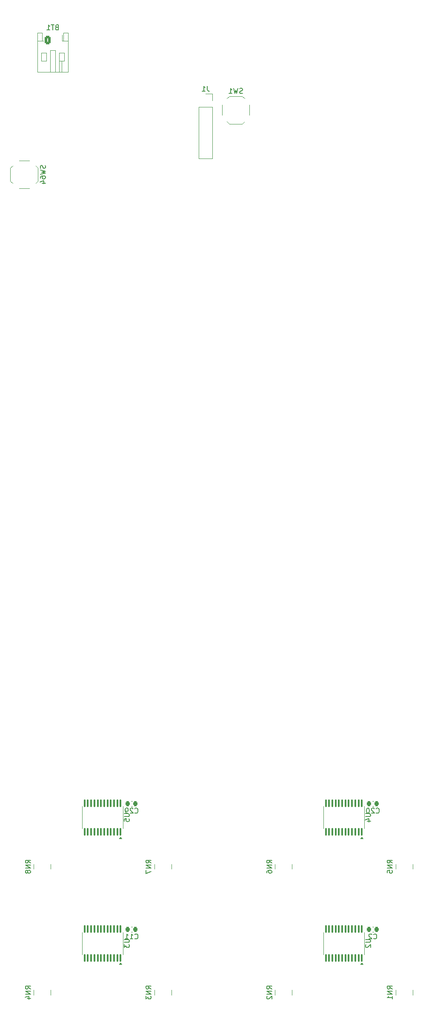
<source format=gbr>
%TF.GenerationSoftware,KiCad,Pcbnew,8.0.7*%
%TF.CreationDate,2025-01-05T21:02:15-05:00*%
%TF.ProjectId,rp2040-programmer-calculator-v2,72703230-3430-42d7-9072-6f6772616d6d,rev?*%
%TF.SameCoordinates,Original*%
%TF.FileFunction,Legend,Bot*%
%TF.FilePolarity,Positive*%
%FSLAX46Y46*%
G04 Gerber Fmt 4.6, Leading zero omitted, Abs format (unit mm)*
G04 Created by KiCad (PCBNEW 8.0.7) date 2025-01-05 21:02:15*
%MOMM*%
%LPD*%
G01*
G04 APERTURE LIST*
G04 Aperture macros list*
%AMRoundRect*
0 Rectangle with rounded corners*
0 $1 Rounding radius*
0 $2 $3 $4 $5 $6 $7 $8 $9 X,Y pos of 4 corners*
0 Add a 4 corners polygon primitive as box body*
4,1,4,$2,$3,$4,$5,$6,$7,$8,$9,$2,$3,0*
0 Add four circle primitives for the rounded corners*
1,1,$1+$1,$2,$3*
1,1,$1+$1,$4,$5*
1,1,$1+$1,$6,$7*
1,1,$1+$1,$8,$9*
0 Add four rect primitives between the rounded corners*
20,1,$1+$1,$2,$3,$4,$5,0*
20,1,$1+$1,$4,$5,$6,$7,0*
20,1,$1+$1,$6,$7,$8,$9,0*
20,1,$1+$1,$8,$9,$2,$3,0*%
G04 Aperture macros list end*
%ADD10C,0.150000*%
%ADD11C,0.120000*%
%ADD12R,0.750000X1.000000*%
%ADD13C,4.500000*%
%ADD14R,1.700000X1.700000*%
%ADD15O,1.700000X1.700000*%
%ADD16RoundRect,0.100000X0.100000X-0.637500X0.100000X0.637500X-0.100000X0.637500X-0.100000X-0.637500X0*%
%ADD17C,1.800000*%
%ADD18R,0.500000X0.800000*%
%ADD19R,0.400000X0.800000*%
%ADD20RoundRect,0.225000X-0.225000X-0.250000X0.225000X-0.250000X0.225000X0.250000X-0.225000X0.250000X0*%
%ADD21C,0.711200*%
%ADD22R,1.000000X0.750000*%
%ADD23C,0.650000*%
%ADD24O,2.100000X1.000000*%
%ADD25O,1.800000X1.000000*%
%ADD26RoundRect,0.250000X0.350000X0.625000X-0.350000X0.625000X-0.350000X-0.625000X0.350000X-0.625000X0*%
%ADD27O,1.200000X1.750000*%
%ADD28O,2.900000X1.700000*%
G04 APERTURE END LIST*
D10*
X37064700Y-50125476D02*
X37112319Y-50268333D01*
X37112319Y-50268333D02*
X37112319Y-50506428D01*
X37112319Y-50506428D02*
X37064700Y-50601666D01*
X37064700Y-50601666D02*
X37017080Y-50649285D01*
X37017080Y-50649285D02*
X36921842Y-50696904D01*
X36921842Y-50696904D02*
X36826604Y-50696904D01*
X36826604Y-50696904D02*
X36731366Y-50649285D01*
X36731366Y-50649285D02*
X36683747Y-50601666D01*
X36683747Y-50601666D02*
X36636128Y-50506428D01*
X36636128Y-50506428D02*
X36588509Y-50315952D01*
X36588509Y-50315952D02*
X36540890Y-50220714D01*
X36540890Y-50220714D02*
X36493271Y-50173095D01*
X36493271Y-50173095D02*
X36398033Y-50125476D01*
X36398033Y-50125476D02*
X36302795Y-50125476D01*
X36302795Y-50125476D02*
X36207557Y-50173095D01*
X36207557Y-50173095D02*
X36159938Y-50220714D01*
X36159938Y-50220714D02*
X36112319Y-50315952D01*
X36112319Y-50315952D02*
X36112319Y-50554047D01*
X36112319Y-50554047D02*
X36159938Y-50696904D01*
X36112319Y-51030238D02*
X37112319Y-51268333D01*
X37112319Y-51268333D02*
X36398033Y-51458809D01*
X36398033Y-51458809D02*
X37112319Y-51649285D01*
X37112319Y-51649285D02*
X36112319Y-51887381D01*
X36112319Y-52696904D02*
X36112319Y-52506428D01*
X36112319Y-52506428D02*
X36159938Y-52411190D01*
X36159938Y-52411190D02*
X36207557Y-52363571D01*
X36207557Y-52363571D02*
X36350414Y-52268333D01*
X36350414Y-52268333D02*
X36540890Y-52220714D01*
X36540890Y-52220714D02*
X36921842Y-52220714D01*
X36921842Y-52220714D02*
X37017080Y-52268333D01*
X37017080Y-52268333D02*
X37064700Y-52315952D01*
X37064700Y-52315952D02*
X37112319Y-52411190D01*
X37112319Y-52411190D02*
X37112319Y-52601666D01*
X37112319Y-52601666D02*
X37064700Y-52696904D01*
X37064700Y-52696904D02*
X37017080Y-52744523D01*
X37017080Y-52744523D02*
X36921842Y-52792142D01*
X36921842Y-52792142D02*
X36683747Y-52792142D01*
X36683747Y-52792142D02*
X36588509Y-52744523D01*
X36588509Y-52744523D02*
X36540890Y-52696904D01*
X36540890Y-52696904D02*
X36493271Y-52601666D01*
X36493271Y-52601666D02*
X36493271Y-52411190D01*
X36493271Y-52411190D02*
X36540890Y-52315952D01*
X36540890Y-52315952D02*
X36588509Y-52268333D01*
X36588509Y-52268333D02*
X36683747Y-52220714D01*
X36445652Y-53649285D02*
X37112319Y-53649285D01*
X36064700Y-53411190D02*
X36778985Y-53173095D01*
X36778985Y-53173095D02*
X36778985Y-53792142D01*
X52804819Y-178938096D02*
X53614342Y-178938096D01*
X53614342Y-178938096D02*
X53709580Y-178985715D01*
X53709580Y-178985715D02*
X53757200Y-179033334D01*
X53757200Y-179033334D02*
X53804819Y-179128572D01*
X53804819Y-179128572D02*
X53804819Y-179319048D01*
X53804819Y-179319048D02*
X53757200Y-179414286D01*
X53757200Y-179414286D02*
X53709580Y-179461905D01*
X53709580Y-179461905D02*
X53614342Y-179509524D01*
X53614342Y-179509524D02*
X52804819Y-179509524D01*
X52804819Y-180461905D02*
X52804819Y-179985715D01*
X52804819Y-179985715D02*
X53281009Y-179938096D01*
X53281009Y-179938096D02*
X53233390Y-179985715D01*
X53233390Y-179985715D02*
X53185771Y-180080953D01*
X53185771Y-180080953D02*
X53185771Y-180319048D01*
X53185771Y-180319048D02*
X53233390Y-180414286D01*
X53233390Y-180414286D02*
X53281009Y-180461905D01*
X53281009Y-180461905D02*
X53376247Y-180509524D01*
X53376247Y-180509524D02*
X53614342Y-180509524D01*
X53614342Y-180509524D02*
X53709580Y-180461905D01*
X53709580Y-180461905D02*
X53757200Y-180414286D01*
X53757200Y-180414286D02*
X53804819Y-180319048D01*
X53804819Y-180319048D02*
X53804819Y-180080953D01*
X53804819Y-180080953D02*
X53757200Y-179985715D01*
X53757200Y-179985715D02*
X53709580Y-179938096D01*
X100804819Y-178938096D02*
X101614342Y-178938096D01*
X101614342Y-178938096D02*
X101709580Y-178985715D01*
X101709580Y-178985715D02*
X101757200Y-179033334D01*
X101757200Y-179033334D02*
X101804819Y-179128572D01*
X101804819Y-179128572D02*
X101804819Y-179319048D01*
X101804819Y-179319048D02*
X101757200Y-179414286D01*
X101757200Y-179414286D02*
X101709580Y-179461905D01*
X101709580Y-179461905D02*
X101614342Y-179509524D01*
X101614342Y-179509524D02*
X100804819Y-179509524D01*
X101138152Y-180414286D02*
X101804819Y-180414286D01*
X100757200Y-180176191D02*
X101471485Y-179938096D01*
X101471485Y-179938096D02*
X101471485Y-180557143D01*
X52804819Y-203938096D02*
X53614342Y-203938096D01*
X53614342Y-203938096D02*
X53709580Y-203985715D01*
X53709580Y-203985715D02*
X53757200Y-204033334D01*
X53757200Y-204033334D02*
X53804819Y-204128572D01*
X53804819Y-204128572D02*
X53804819Y-204319048D01*
X53804819Y-204319048D02*
X53757200Y-204414286D01*
X53757200Y-204414286D02*
X53709580Y-204461905D01*
X53709580Y-204461905D02*
X53614342Y-204509524D01*
X53614342Y-204509524D02*
X52804819Y-204509524D01*
X52804819Y-204890477D02*
X52804819Y-205509524D01*
X52804819Y-205509524D02*
X53185771Y-205176191D01*
X53185771Y-205176191D02*
X53185771Y-205319048D01*
X53185771Y-205319048D02*
X53233390Y-205414286D01*
X53233390Y-205414286D02*
X53281009Y-205461905D01*
X53281009Y-205461905D02*
X53376247Y-205509524D01*
X53376247Y-205509524D02*
X53614342Y-205509524D01*
X53614342Y-205509524D02*
X53709580Y-205461905D01*
X53709580Y-205461905D02*
X53757200Y-205414286D01*
X53757200Y-205414286D02*
X53804819Y-205319048D01*
X53804819Y-205319048D02*
X53804819Y-205033334D01*
X53804819Y-205033334D02*
X53757200Y-204938096D01*
X53757200Y-204938096D02*
X53709580Y-204890477D01*
X100804819Y-203938096D02*
X101614342Y-203938096D01*
X101614342Y-203938096D02*
X101709580Y-203985715D01*
X101709580Y-203985715D02*
X101757200Y-204033334D01*
X101757200Y-204033334D02*
X101804819Y-204128572D01*
X101804819Y-204128572D02*
X101804819Y-204319048D01*
X101804819Y-204319048D02*
X101757200Y-204414286D01*
X101757200Y-204414286D02*
X101709580Y-204461905D01*
X101709580Y-204461905D02*
X101614342Y-204509524D01*
X101614342Y-204509524D02*
X100804819Y-204509524D01*
X100900057Y-204938096D02*
X100852438Y-204985715D01*
X100852438Y-204985715D02*
X100804819Y-205080953D01*
X100804819Y-205080953D02*
X100804819Y-205319048D01*
X100804819Y-205319048D02*
X100852438Y-205414286D01*
X100852438Y-205414286D02*
X100900057Y-205461905D01*
X100900057Y-205461905D02*
X100995295Y-205509524D01*
X100995295Y-205509524D02*
X101090533Y-205509524D01*
X101090533Y-205509524D02*
X101233390Y-205461905D01*
X101233390Y-205461905D02*
X101804819Y-204890477D01*
X101804819Y-204890477D02*
X101804819Y-205509524D01*
X34154819Y-188759524D02*
X33678628Y-188426191D01*
X34154819Y-188188096D02*
X33154819Y-188188096D01*
X33154819Y-188188096D02*
X33154819Y-188569048D01*
X33154819Y-188569048D02*
X33202438Y-188664286D01*
X33202438Y-188664286D02*
X33250057Y-188711905D01*
X33250057Y-188711905D02*
X33345295Y-188759524D01*
X33345295Y-188759524D02*
X33488152Y-188759524D01*
X33488152Y-188759524D02*
X33583390Y-188711905D01*
X33583390Y-188711905D02*
X33631009Y-188664286D01*
X33631009Y-188664286D02*
X33678628Y-188569048D01*
X33678628Y-188569048D02*
X33678628Y-188188096D01*
X34154819Y-189188096D02*
X33154819Y-189188096D01*
X33154819Y-189188096D02*
X34154819Y-189759524D01*
X34154819Y-189759524D02*
X33154819Y-189759524D01*
X33583390Y-190378572D02*
X33535771Y-190283334D01*
X33535771Y-190283334D02*
X33488152Y-190235715D01*
X33488152Y-190235715D02*
X33392914Y-190188096D01*
X33392914Y-190188096D02*
X33345295Y-190188096D01*
X33345295Y-190188096D02*
X33250057Y-190235715D01*
X33250057Y-190235715D02*
X33202438Y-190283334D01*
X33202438Y-190283334D02*
X33154819Y-190378572D01*
X33154819Y-190378572D02*
X33154819Y-190569048D01*
X33154819Y-190569048D02*
X33202438Y-190664286D01*
X33202438Y-190664286D02*
X33250057Y-190711905D01*
X33250057Y-190711905D02*
X33345295Y-190759524D01*
X33345295Y-190759524D02*
X33392914Y-190759524D01*
X33392914Y-190759524D02*
X33488152Y-190711905D01*
X33488152Y-190711905D02*
X33535771Y-190664286D01*
X33535771Y-190664286D02*
X33583390Y-190569048D01*
X33583390Y-190569048D02*
X33583390Y-190378572D01*
X33583390Y-190378572D02*
X33631009Y-190283334D01*
X33631009Y-190283334D02*
X33678628Y-190235715D01*
X33678628Y-190235715D02*
X33773866Y-190188096D01*
X33773866Y-190188096D02*
X33964342Y-190188096D01*
X33964342Y-190188096D02*
X34059580Y-190235715D01*
X34059580Y-190235715D02*
X34107200Y-190283334D01*
X34107200Y-190283334D02*
X34154819Y-190378572D01*
X34154819Y-190378572D02*
X34154819Y-190569048D01*
X34154819Y-190569048D02*
X34107200Y-190664286D01*
X34107200Y-190664286D02*
X34059580Y-190711905D01*
X34059580Y-190711905D02*
X33964342Y-190759524D01*
X33964342Y-190759524D02*
X33773866Y-190759524D01*
X33773866Y-190759524D02*
X33678628Y-190711905D01*
X33678628Y-190711905D02*
X33631009Y-190664286D01*
X33631009Y-190664286D02*
X33583390Y-190569048D01*
X58154819Y-188759524D02*
X57678628Y-188426191D01*
X58154819Y-188188096D02*
X57154819Y-188188096D01*
X57154819Y-188188096D02*
X57154819Y-188569048D01*
X57154819Y-188569048D02*
X57202438Y-188664286D01*
X57202438Y-188664286D02*
X57250057Y-188711905D01*
X57250057Y-188711905D02*
X57345295Y-188759524D01*
X57345295Y-188759524D02*
X57488152Y-188759524D01*
X57488152Y-188759524D02*
X57583390Y-188711905D01*
X57583390Y-188711905D02*
X57631009Y-188664286D01*
X57631009Y-188664286D02*
X57678628Y-188569048D01*
X57678628Y-188569048D02*
X57678628Y-188188096D01*
X58154819Y-189188096D02*
X57154819Y-189188096D01*
X57154819Y-189188096D02*
X58154819Y-189759524D01*
X58154819Y-189759524D02*
X57154819Y-189759524D01*
X57154819Y-190140477D02*
X57154819Y-190807143D01*
X57154819Y-190807143D02*
X58154819Y-190378572D01*
X82154819Y-188759524D02*
X81678628Y-188426191D01*
X82154819Y-188188096D02*
X81154819Y-188188096D01*
X81154819Y-188188096D02*
X81154819Y-188569048D01*
X81154819Y-188569048D02*
X81202438Y-188664286D01*
X81202438Y-188664286D02*
X81250057Y-188711905D01*
X81250057Y-188711905D02*
X81345295Y-188759524D01*
X81345295Y-188759524D02*
X81488152Y-188759524D01*
X81488152Y-188759524D02*
X81583390Y-188711905D01*
X81583390Y-188711905D02*
X81631009Y-188664286D01*
X81631009Y-188664286D02*
X81678628Y-188569048D01*
X81678628Y-188569048D02*
X81678628Y-188188096D01*
X82154819Y-189188096D02*
X81154819Y-189188096D01*
X81154819Y-189188096D02*
X82154819Y-189759524D01*
X82154819Y-189759524D02*
X81154819Y-189759524D01*
X81154819Y-190664286D02*
X81154819Y-190473810D01*
X81154819Y-190473810D02*
X81202438Y-190378572D01*
X81202438Y-190378572D02*
X81250057Y-190330953D01*
X81250057Y-190330953D02*
X81392914Y-190235715D01*
X81392914Y-190235715D02*
X81583390Y-190188096D01*
X81583390Y-190188096D02*
X81964342Y-190188096D01*
X81964342Y-190188096D02*
X82059580Y-190235715D01*
X82059580Y-190235715D02*
X82107200Y-190283334D01*
X82107200Y-190283334D02*
X82154819Y-190378572D01*
X82154819Y-190378572D02*
X82154819Y-190569048D01*
X82154819Y-190569048D02*
X82107200Y-190664286D01*
X82107200Y-190664286D02*
X82059580Y-190711905D01*
X82059580Y-190711905D02*
X81964342Y-190759524D01*
X81964342Y-190759524D02*
X81726247Y-190759524D01*
X81726247Y-190759524D02*
X81631009Y-190711905D01*
X81631009Y-190711905D02*
X81583390Y-190664286D01*
X81583390Y-190664286D02*
X81535771Y-190569048D01*
X81535771Y-190569048D02*
X81535771Y-190378572D01*
X81535771Y-190378572D02*
X81583390Y-190283334D01*
X81583390Y-190283334D02*
X81631009Y-190235715D01*
X81631009Y-190235715D02*
X81726247Y-190188096D01*
X106154819Y-188759524D02*
X105678628Y-188426191D01*
X106154819Y-188188096D02*
X105154819Y-188188096D01*
X105154819Y-188188096D02*
X105154819Y-188569048D01*
X105154819Y-188569048D02*
X105202438Y-188664286D01*
X105202438Y-188664286D02*
X105250057Y-188711905D01*
X105250057Y-188711905D02*
X105345295Y-188759524D01*
X105345295Y-188759524D02*
X105488152Y-188759524D01*
X105488152Y-188759524D02*
X105583390Y-188711905D01*
X105583390Y-188711905D02*
X105631009Y-188664286D01*
X105631009Y-188664286D02*
X105678628Y-188569048D01*
X105678628Y-188569048D02*
X105678628Y-188188096D01*
X106154819Y-189188096D02*
X105154819Y-189188096D01*
X105154819Y-189188096D02*
X106154819Y-189759524D01*
X106154819Y-189759524D02*
X105154819Y-189759524D01*
X105154819Y-190711905D02*
X105154819Y-190235715D01*
X105154819Y-190235715D02*
X105631009Y-190188096D01*
X105631009Y-190188096D02*
X105583390Y-190235715D01*
X105583390Y-190235715D02*
X105535771Y-190330953D01*
X105535771Y-190330953D02*
X105535771Y-190569048D01*
X105535771Y-190569048D02*
X105583390Y-190664286D01*
X105583390Y-190664286D02*
X105631009Y-190711905D01*
X105631009Y-190711905D02*
X105726247Y-190759524D01*
X105726247Y-190759524D02*
X105964342Y-190759524D01*
X105964342Y-190759524D02*
X106059580Y-190711905D01*
X106059580Y-190711905D02*
X106107200Y-190664286D01*
X106107200Y-190664286D02*
X106154819Y-190569048D01*
X106154819Y-190569048D02*
X106154819Y-190330953D01*
X106154819Y-190330953D02*
X106107200Y-190235715D01*
X106107200Y-190235715D02*
X106059580Y-190188096D01*
X34154819Y-213759524D02*
X33678628Y-213426191D01*
X34154819Y-213188096D02*
X33154819Y-213188096D01*
X33154819Y-213188096D02*
X33154819Y-213569048D01*
X33154819Y-213569048D02*
X33202438Y-213664286D01*
X33202438Y-213664286D02*
X33250057Y-213711905D01*
X33250057Y-213711905D02*
X33345295Y-213759524D01*
X33345295Y-213759524D02*
X33488152Y-213759524D01*
X33488152Y-213759524D02*
X33583390Y-213711905D01*
X33583390Y-213711905D02*
X33631009Y-213664286D01*
X33631009Y-213664286D02*
X33678628Y-213569048D01*
X33678628Y-213569048D02*
X33678628Y-213188096D01*
X34154819Y-214188096D02*
X33154819Y-214188096D01*
X33154819Y-214188096D02*
X34154819Y-214759524D01*
X34154819Y-214759524D02*
X33154819Y-214759524D01*
X33488152Y-215664286D02*
X34154819Y-215664286D01*
X33107200Y-215426191D02*
X33821485Y-215188096D01*
X33821485Y-215188096D02*
X33821485Y-215807143D01*
X58154819Y-213759524D02*
X57678628Y-213426191D01*
X58154819Y-213188096D02*
X57154819Y-213188096D01*
X57154819Y-213188096D02*
X57154819Y-213569048D01*
X57154819Y-213569048D02*
X57202438Y-213664286D01*
X57202438Y-213664286D02*
X57250057Y-213711905D01*
X57250057Y-213711905D02*
X57345295Y-213759524D01*
X57345295Y-213759524D02*
X57488152Y-213759524D01*
X57488152Y-213759524D02*
X57583390Y-213711905D01*
X57583390Y-213711905D02*
X57631009Y-213664286D01*
X57631009Y-213664286D02*
X57678628Y-213569048D01*
X57678628Y-213569048D02*
X57678628Y-213188096D01*
X58154819Y-214188096D02*
X57154819Y-214188096D01*
X57154819Y-214188096D02*
X58154819Y-214759524D01*
X58154819Y-214759524D02*
X57154819Y-214759524D01*
X57154819Y-215140477D02*
X57154819Y-215759524D01*
X57154819Y-215759524D02*
X57535771Y-215426191D01*
X57535771Y-215426191D02*
X57535771Y-215569048D01*
X57535771Y-215569048D02*
X57583390Y-215664286D01*
X57583390Y-215664286D02*
X57631009Y-215711905D01*
X57631009Y-215711905D02*
X57726247Y-215759524D01*
X57726247Y-215759524D02*
X57964342Y-215759524D01*
X57964342Y-215759524D02*
X58059580Y-215711905D01*
X58059580Y-215711905D02*
X58107200Y-215664286D01*
X58107200Y-215664286D02*
X58154819Y-215569048D01*
X58154819Y-215569048D02*
X58154819Y-215283334D01*
X58154819Y-215283334D02*
X58107200Y-215188096D01*
X58107200Y-215188096D02*
X58059580Y-215140477D01*
X82154819Y-213759524D02*
X81678628Y-213426191D01*
X82154819Y-213188096D02*
X81154819Y-213188096D01*
X81154819Y-213188096D02*
X81154819Y-213569048D01*
X81154819Y-213569048D02*
X81202438Y-213664286D01*
X81202438Y-213664286D02*
X81250057Y-213711905D01*
X81250057Y-213711905D02*
X81345295Y-213759524D01*
X81345295Y-213759524D02*
X81488152Y-213759524D01*
X81488152Y-213759524D02*
X81583390Y-213711905D01*
X81583390Y-213711905D02*
X81631009Y-213664286D01*
X81631009Y-213664286D02*
X81678628Y-213569048D01*
X81678628Y-213569048D02*
X81678628Y-213188096D01*
X82154819Y-214188096D02*
X81154819Y-214188096D01*
X81154819Y-214188096D02*
X82154819Y-214759524D01*
X82154819Y-214759524D02*
X81154819Y-214759524D01*
X81250057Y-215188096D02*
X81202438Y-215235715D01*
X81202438Y-215235715D02*
X81154819Y-215330953D01*
X81154819Y-215330953D02*
X81154819Y-215569048D01*
X81154819Y-215569048D02*
X81202438Y-215664286D01*
X81202438Y-215664286D02*
X81250057Y-215711905D01*
X81250057Y-215711905D02*
X81345295Y-215759524D01*
X81345295Y-215759524D02*
X81440533Y-215759524D01*
X81440533Y-215759524D02*
X81583390Y-215711905D01*
X81583390Y-215711905D02*
X82154819Y-215140477D01*
X82154819Y-215140477D02*
X82154819Y-215759524D01*
X106154819Y-213759524D02*
X105678628Y-213426191D01*
X106154819Y-213188096D02*
X105154819Y-213188096D01*
X105154819Y-213188096D02*
X105154819Y-213569048D01*
X105154819Y-213569048D02*
X105202438Y-213664286D01*
X105202438Y-213664286D02*
X105250057Y-213711905D01*
X105250057Y-213711905D02*
X105345295Y-213759524D01*
X105345295Y-213759524D02*
X105488152Y-213759524D01*
X105488152Y-213759524D02*
X105583390Y-213711905D01*
X105583390Y-213711905D02*
X105631009Y-213664286D01*
X105631009Y-213664286D02*
X105678628Y-213569048D01*
X105678628Y-213569048D02*
X105678628Y-213188096D01*
X106154819Y-214188096D02*
X105154819Y-214188096D01*
X105154819Y-214188096D02*
X106154819Y-214759524D01*
X106154819Y-214759524D02*
X105154819Y-214759524D01*
X106154819Y-215759524D02*
X106154819Y-215188096D01*
X106154819Y-215473810D02*
X105154819Y-215473810D01*
X105154819Y-215473810D02*
X105297676Y-215378572D01*
X105297676Y-215378572D02*
X105392914Y-215283334D01*
X105392914Y-215283334D02*
X105440533Y-215188096D01*
X54917857Y-178739582D02*
X54965476Y-178787202D01*
X54965476Y-178787202D02*
X55108333Y-178834821D01*
X55108333Y-178834821D02*
X55203571Y-178834821D01*
X55203571Y-178834821D02*
X55346428Y-178787202D01*
X55346428Y-178787202D02*
X55441666Y-178691963D01*
X55441666Y-178691963D02*
X55489285Y-178596725D01*
X55489285Y-178596725D02*
X55536904Y-178406249D01*
X55536904Y-178406249D02*
X55536904Y-178263392D01*
X55536904Y-178263392D02*
X55489285Y-178072916D01*
X55489285Y-178072916D02*
X55441666Y-177977678D01*
X55441666Y-177977678D02*
X55346428Y-177882440D01*
X55346428Y-177882440D02*
X55203571Y-177834821D01*
X55203571Y-177834821D02*
X55108333Y-177834821D01*
X55108333Y-177834821D02*
X54965476Y-177882440D01*
X54965476Y-177882440D02*
X54917857Y-177930059D01*
X54536904Y-177930059D02*
X54489285Y-177882440D01*
X54489285Y-177882440D02*
X54394047Y-177834821D01*
X54394047Y-177834821D02*
X54155952Y-177834821D01*
X54155952Y-177834821D02*
X54060714Y-177882440D01*
X54060714Y-177882440D02*
X54013095Y-177930059D01*
X54013095Y-177930059D02*
X53965476Y-178025297D01*
X53965476Y-178025297D02*
X53965476Y-178120535D01*
X53965476Y-178120535D02*
X54013095Y-178263392D01*
X54013095Y-178263392D02*
X54584523Y-178834821D01*
X54584523Y-178834821D02*
X53965476Y-178834821D01*
X53489285Y-178834821D02*
X53298809Y-178834821D01*
X53298809Y-178834821D02*
X53203571Y-178787202D01*
X53203571Y-178787202D02*
X53155952Y-178739582D01*
X53155952Y-178739582D02*
X53060714Y-178596725D01*
X53060714Y-178596725D02*
X53013095Y-178406249D01*
X53013095Y-178406249D02*
X53013095Y-178025297D01*
X53013095Y-178025297D02*
X53060714Y-177930059D01*
X53060714Y-177930059D02*
X53108333Y-177882440D01*
X53108333Y-177882440D02*
X53203571Y-177834821D01*
X53203571Y-177834821D02*
X53394047Y-177834821D01*
X53394047Y-177834821D02*
X53489285Y-177882440D01*
X53489285Y-177882440D02*
X53536904Y-177930059D01*
X53536904Y-177930059D02*
X53584523Y-178025297D01*
X53584523Y-178025297D02*
X53584523Y-178263392D01*
X53584523Y-178263392D02*
X53536904Y-178358630D01*
X53536904Y-178358630D02*
X53489285Y-178406249D01*
X53489285Y-178406249D02*
X53394047Y-178453868D01*
X53394047Y-178453868D02*
X53203571Y-178453868D01*
X53203571Y-178453868D02*
X53108333Y-178406249D01*
X53108333Y-178406249D02*
X53060714Y-178358630D01*
X53060714Y-178358630D02*
X53013095Y-178263392D01*
X102917857Y-178739582D02*
X102965476Y-178787202D01*
X102965476Y-178787202D02*
X103108333Y-178834821D01*
X103108333Y-178834821D02*
X103203571Y-178834821D01*
X103203571Y-178834821D02*
X103346428Y-178787202D01*
X103346428Y-178787202D02*
X103441666Y-178691963D01*
X103441666Y-178691963D02*
X103489285Y-178596725D01*
X103489285Y-178596725D02*
X103536904Y-178406249D01*
X103536904Y-178406249D02*
X103536904Y-178263392D01*
X103536904Y-178263392D02*
X103489285Y-178072916D01*
X103489285Y-178072916D02*
X103441666Y-177977678D01*
X103441666Y-177977678D02*
X103346428Y-177882440D01*
X103346428Y-177882440D02*
X103203571Y-177834821D01*
X103203571Y-177834821D02*
X103108333Y-177834821D01*
X103108333Y-177834821D02*
X102965476Y-177882440D01*
X102965476Y-177882440D02*
X102917857Y-177930059D01*
X102536904Y-177930059D02*
X102489285Y-177882440D01*
X102489285Y-177882440D02*
X102394047Y-177834821D01*
X102394047Y-177834821D02*
X102155952Y-177834821D01*
X102155952Y-177834821D02*
X102060714Y-177882440D01*
X102060714Y-177882440D02*
X102013095Y-177930059D01*
X102013095Y-177930059D02*
X101965476Y-178025297D01*
X101965476Y-178025297D02*
X101965476Y-178120535D01*
X101965476Y-178120535D02*
X102013095Y-178263392D01*
X102013095Y-178263392D02*
X102584523Y-178834821D01*
X102584523Y-178834821D02*
X101965476Y-178834821D01*
X101346428Y-177834821D02*
X101251190Y-177834821D01*
X101251190Y-177834821D02*
X101155952Y-177882440D01*
X101155952Y-177882440D02*
X101108333Y-177930059D01*
X101108333Y-177930059D02*
X101060714Y-178025297D01*
X101060714Y-178025297D02*
X101013095Y-178215773D01*
X101013095Y-178215773D02*
X101013095Y-178453868D01*
X101013095Y-178453868D02*
X101060714Y-178644344D01*
X101060714Y-178644344D02*
X101108333Y-178739582D01*
X101108333Y-178739582D02*
X101155952Y-178787202D01*
X101155952Y-178787202D02*
X101251190Y-178834821D01*
X101251190Y-178834821D02*
X101346428Y-178834821D01*
X101346428Y-178834821D02*
X101441666Y-178787202D01*
X101441666Y-178787202D02*
X101489285Y-178739582D01*
X101489285Y-178739582D02*
X101536904Y-178644344D01*
X101536904Y-178644344D02*
X101584523Y-178453868D01*
X101584523Y-178453868D02*
X101584523Y-178215773D01*
X101584523Y-178215773D02*
X101536904Y-178025297D01*
X101536904Y-178025297D02*
X101489285Y-177930059D01*
X101489285Y-177930059D02*
X101441666Y-177882440D01*
X101441666Y-177882440D02*
X101346428Y-177834821D01*
X54917857Y-203739582D02*
X54965476Y-203787202D01*
X54965476Y-203787202D02*
X55108333Y-203834821D01*
X55108333Y-203834821D02*
X55203571Y-203834821D01*
X55203571Y-203834821D02*
X55346428Y-203787202D01*
X55346428Y-203787202D02*
X55441666Y-203691963D01*
X55441666Y-203691963D02*
X55489285Y-203596725D01*
X55489285Y-203596725D02*
X55536904Y-203406249D01*
X55536904Y-203406249D02*
X55536904Y-203263392D01*
X55536904Y-203263392D02*
X55489285Y-203072916D01*
X55489285Y-203072916D02*
X55441666Y-202977678D01*
X55441666Y-202977678D02*
X55346428Y-202882440D01*
X55346428Y-202882440D02*
X55203571Y-202834821D01*
X55203571Y-202834821D02*
X55108333Y-202834821D01*
X55108333Y-202834821D02*
X54965476Y-202882440D01*
X54965476Y-202882440D02*
X54917857Y-202930059D01*
X53965476Y-203834821D02*
X54536904Y-203834821D01*
X54251190Y-203834821D02*
X54251190Y-202834821D01*
X54251190Y-202834821D02*
X54346428Y-202977678D01*
X54346428Y-202977678D02*
X54441666Y-203072916D01*
X54441666Y-203072916D02*
X54536904Y-203120535D01*
X53013095Y-203834821D02*
X53584523Y-203834821D01*
X53298809Y-203834821D02*
X53298809Y-202834821D01*
X53298809Y-202834821D02*
X53394047Y-202977678D01*
X53394047Y-202977678D02*
X53489285Y-203072916D01*
X53489285Y-203072916D02*
X53584523Y-203120535D01*
X102441666Y-203739581D02*
X102489285Y-203787201D01*
X102489285Y-203787201D02*
X102632142Y-203834820D01*
X102632142Y-203834820D02*
X102727380Y-203834820D01*
X102727380Y-203834820D02*
X102870237Y-203787201D01*
X102870237Y-203787201D02*
X102965475Y-203691962D01*
X102965475Y-203691962D02*
X103013094Y-203596724D01*
X103013094Y-203596724D02*
X103060713Y-203406248D01*
X103060713Y-203406248D02*
X103060713Y-203263391D01*
X103060713Y-203263391D02*
X103013094Y-203072915D01*
X103013094Y-203072915D02*
X102965475Y-202977677D01*
X102965475Y-202977677D02*
X102870237Y-202882439D01*
X102870237Y-202882439D02*
X102727380Y-202834820D01*
X102727380Y-202834820D02*
X102632142Y-202834820D01*
X102632142Y-202834820D02*
X102489285Y-202882439D01*
X102489285Y-202882439D02*
X102441666Y-202930058D01*
X102060713Y-202930058D02*
X102013094Y-202882439D01*
X102013094Y-202882439D02*
X101917856Y-202834820D01*
X101917856Y-202834820D02*
X101679761Y-202834820D01*
X101679761Y-202834820D02*
X101584523Y-202882439D01*
X101584523Y-202882439D02*
X101536904Y-202930058D01*
X101536904Y-202930058D02*
X101489285Y-203025296D01*
X101489285Y-203025296D02*
X101489285Y-203120534D01*
X101489285Y-203120534D02*
X101536904Y-203263391D01*
X101536904Y-203263391D02*
X102108332Y-203834820D01*
X102108332Y-203834820D02*
X101489285Y-203834820D01*
X76333332Y-35782200D02*
X76190475Y-35829819D01*
X76190475Y-35829819D02*
X75952380Y-35829819D01*
X75952380Y-35829819D02*
X75857142Y-35782200D01*
X75857142Y-35782200D02*
X75809523Y-35734580D01*
X75809523Y-35734580D02*
X75761904Y-35639342D01*
X75761904Y-35639342D02*
X75761904Y-35544104D01*
X75761904Y-35544104D02*
X75809523Y-35448866D01*
X75809523Y-35448866D02*
X75857142Y-35401247D01*
X75857142Y-35401247D02*
X75952380Y-35353628D01*
X75952380Y-35353628D02*
X76142856Y-35306009D01*
X76142856Y-35306009D02*
X76238094Y-35258390D01*
X76238094Y-35258390D02*
X76285713Y-35210771D01*
X76285713Y-35210771D02*
X76333332Y-35115533D01*
X76333332Y-35115533D02*
X76333332Y-35020295D01*
X76333332Y-35020295D02*
X76285713Y-34925057D01*
X76285713Y-34925057D02*
X76238094Y-34877438D01*
X76238094Y-34877438D02*
X76142856Y-34829819D01*
X76142856Y-34829819D02*
X75904761Y-34829819D01*
X75904761Y-34829819D02*
X75761904Y-34877438D01*
X75428570Y-34829819D02*
X75190475Y-35829819D01*
X75190475Y-35829819D02*
X74999999Y-35115533D01*
X74999999Y-35115533D02*
X74809523Y-35829819D01*
X74809523Y-35829819D02*
X74571428Y-34829819D01*
X73666666Y-35829819D02*
X74238094Y-35829819D01*
X73952380Y-35829819D02*
X73952380Y-34829819D01*
X73952380Y-34829819D02*
X74047618Y-34972676D01*
X74047618Y-34972676D02*
X74142856Y-35067914D01*
X74142856Y-35067914D02*
X74238094Y-35115533D01*
X69333333Y-34374819D02*
X69333333Y-35089104D01*
X69333333Y-35089104D02*
X69380952Y-35231961D01*
X69380952Y-35231961D02*
X69476190Y-35327200D01*
X69476190Y-35327200D02*
X69619047Y-35374819D01*
X69619047Y-35374819D02*
X69714285Y-35374819D01*
X68333333Y-35374819D02*
X68904761Y-35374819D01*
X68619047Y-35374819D02*
X68619047Y-34374819D01*
X68619047Y-34374819D02*
X68714285Y-34517676D01*
X68714285Y-34517676D02*
X68809523Y-34612914D01*
X68809523Y-34612914D02*
X68904761Y-34660533D01*
X39385714Y-22681009D02*
X39242857Y-22728628D01*
X39242857Y-22728628D02*
X39195238Y-22776247D01*
X39195238Y-22776247D02*
X39147619Y-22871485D01*
X39147619Y-22871485D02*
X39147619Y-23014342D01*
X39147619Y-23014342D02*
X39195238Y-23109580D01*
X39195238Y-23109580D02*
X39242857Y-23157200D01*
X39242857Y-23157200D02*
X39338095Y-23204819D01*
X39338095Y-23204819D02*
X39719047Y-23204819D01*
X39719047Y-23204819D02*
X39719047Y-22204819D01*
X39719047Y-22204819D02*
X39385714Y-22204819D01*
X39385714Y-22204819D02*
X39290476Y-22252438D01*
X39290476Y-22252438D02*
X39242857Y-22300057D01*
X39242857Y-22300057D02*
X39195238Y-22395295D01*
X39195238Y-22395295D02*
X39195238Y-22490533D01*
X39195238Y-22490533D02*
X39242857Y-22585771D01*
X39242857Y-22585771D02*
X39290476Y-22633390D01*
X39290476Y-22633390D02*
X39385714Y-22681009D01*
X39385714Y-22681009D02*
X39719047Y-22681009D01*
X38861904Y-22204819D02*
X38290476Y-22204819D01*
X38576190Y-23204819D02*
X38576190Y-22204819D01*
X37433333Y-23204819D02*
X38004761Y-23204819D01*
X37719047Y-23204819D02*
X37719047Y-22204819D01*
X37719047Y-22204819D02*
X37814285Y-22347676D01*
X37814285Y-22347676D02*
X37909523Y-22442914D01*
X37909523Y-22442914D02*
X38004761Y-22490533D01*
D11*
%TO.C,SW64*%
X31907500Y-54685000D02*
X33907500Y-54685000D01*
X35657500Y-53235000D02*
X35207500Y-53685000D01*
X30157500Y-53235000D02*
X30607500Y-53685000D01*
X35657500Y-50635000D02*
X35657500Y-53235000D01*
X30157500Y-50635000D02*
X30157500Y-53235000D01*
X35657500Y-50635000D02*
X35207500Y-50185000D01*
X30157500Y-50635000D02*
X30607500Y-50185000D01*
X31907500Y-49185000D02*
X33907500Y-49185000D01*
%TO.C,U5*%
X52315000Y-183890001D02*
X51835000Y-183890001D01*
X52075000Y-183560001D01*
X52315000Y-183890001D01*
G36*
X52315000Y-183890001D02*
G01*
X51835000Y-183890001D01*
X52075000Y-183560001D01*
X52315000Y-183890001D01*
G37*
X44465000Y-177500001D02*
X44465000Y-179700001D01*
X44465000Y-181900001D02*
X44465000Y-179700001D01*
X52535000Y-177500001D02*
X52535000Y-179700001D01*
X52535000Y-181900001D02*
X52535000Y-179700001D01*
%TO.C,U4*%
X100315000Y-183890001D02*
X99835000Y-183890001D01*
X100075000Y-183560001D01*
X100315000Y-183890001D01*
G36*
X100315000Y-183890001D02*
G01*
X99835000Y-183890001D01*
X100075000Y-183560001D01*
X100315000Y-183890001D01*
G37*
X92465000Y-177500001D02*
X92465000Y-179700001D01*
X92465000Y-181900001D02*
X92465000Y-179700001D01*
X100535000Y-177500001D02*
X100535000Y-179700001D01*
X100535000Y-181900001D02*
X100535000Y-179700001D01*
%TO.C,U3*%
X52315000Y-208890001D02*
X51835000Y-208890001D01*
X52075000Y-208560001D01*
X52315000Y-208890001D01*
G36*
X52315000Y-208890001D02*
G01*
X51835000Y-208890001D01*
X52075000Y-208560001D01*
X52315000Y-208890001D01*
G37*
X44465000Y-202500001D02*
X44465000Y-204700001D01*
X44465000Y-206900001D02*
X44465000Y-204700001D01*
X52535000Y-202500001D02*
X52535000Y-204700001D01*
X52535000Y-206900001D02*
X52535000Y-204700001D01*
%TO.C,U2*%
X100315000Y-208890001D02*
X99835000Y-208890001D01*
X100075000Y-208560001D01*
X100315000Y-208890001D01*
G36*
X100315000Y-208890001D02*
G01*
X99835000Y-208890001D01*
X100075000Y-208560001D01*
X100315000Y-208890001D01*
G37*
X92465000Y-202500001D02*
X92465000Y-204700001D01*
X92465000Y-206900001D02*
X92465000Y-204700001D01*
X100535000Y-202500001D02*
X100535000Y-204700001D01*
X100535000Y-206900001D02*
X100535000Y-204700001D01*
%TO.C,RN8*%
X38180000Y-188950001D02*
X38180000Y-189950001D01*
X34820000Y-188950001D02*
X34820000Y-189950001D01*
%TO.C,RN7*%
X62180000Y-188950001D02*
X62180000Y-189950001D01*
X58820000Y-188950001D02*
X58820000Y-189950001D01*
%TO.C,RN6*%
X86180000Y-188950001D02*
X86180000Y-189950001D01*
X82820000Y-188950001D02*
X82820000Y-189950001D01*
%TO.C,RN5*%
X110180000Y-188950001D02*
X110180000Y-189950001D01*
X106820000Y-188950001D02*
X106820000Y-189950001D01*
%TO.C,RN4*%
X38180000Y-213950001D02*
X38180000Y-214950001D01*
X34820000Y-213950001D02*
X34820000Y-214950001D01*
%TO.C,RN3*%
X62180000Y-213950001D02*
X62180000Y-214950001D01*
X58820000Y-213950001D02*
X58820000Y-214950001D01*
%TO.C,RN2*%
X86180000Y-213950001D02*
X86180000Y-214950001D01*
X82820000Y-213950001D02*
X82820000Y-214950001D01*
%TO.C,RN1*%
X110180000Y-213950001D02*
X110180000Y-214950001D01*
X106820000Y-213950001D02*
X106820000Y-214950001D01*
%TO.C,C29*%
X54415580Y-176440002D02*
X54134420Y-176440002D01*
X54415580Y-177460002D02*
X54134420Y-177460002D01*
%TO.C,C20*%
X102415580Y-176440002D02*
X102134420Y-176440002D01*
X102415580Y-177460002D02*
X102134420Y-177460002D01*
%TO.C,C11*%
X54415580Y-201440002D02*
X54134420Y-201440002D01*
X54415580Y-202460002D02*
X54134420Y-202460002D01*
%TO.C,C2*%
X102415580Y-201440001D02*
X102134420Y-201440001D01*
X102415580Y-202460001D02*
X102134420Y-202460001D01*
%TO.C,SW1*%
X77750000Y-40125000D02*
X77750000Y-38125000D01*
X76300000Y-36375000D02*
X76750000Y-36825000D01*
X76300000Y-41875000D02*
X76750000Y-41425000D01*
X73700000Y-36375000D02*
X76300000Y-36375000D01*
X73700000Y-41875000D02*
X76300000Y-41875000D01*
X73700000Y-36375000D02*
X73250000Y-36825000D01*
X73700000Y-41875000D02*
X73250000Y-41425000D01*
X72250000Y-40125000D02*
X72250000Y-38125000D01*
%TO.C,J1*%
X67670000Y-48740000D02*
X67670000Y-38520000D01*
X67670000Y-48740000D02*
X70330000Y-48740000D01*
X67670000Y-38520000D02*
X70330000Y-38520000D01*
X70330000Y-48740000D02*
X70330000Y-38520000D01*
X70330000Y-35920000D02*
X70330000Y-37250000D01*
X69000000Y-35920000D02*
X70330000Y-35920000D01*
%TO.C,BT1*%
X41660000Y-31610000D02*
X41660000Y-23790000D01*
X40740000Y-25390000D02*
X41660000Y-25390000D01*
X35540000Y-31610000D02*
X41660000Y-31610000D01*
X40900000Y-29350000D02*
X40900000Y-27750000D01*
X39900000Y-29350000D02*
X40900000Y-29350000D01*
X41660000Y-23790000D02*
X40740000Y-23790000D01*
X40740000Y-23790000D02*
X40740000Y-25390000D01*
X40740000Y-25390000D02*
X40460000Y-25390000D01*
X40460000Y-24175000D02*
X40460000Y-25390000D01*
X40400000Y-31610000D02*
X40400000Y-29350000D01*
X40900000Y-27750000D02*
X39900000Y-27750000D01*
X39900000Y-27750000D02*
X39900000Y-29350000D01*
X39900000Y-31610000D02*
X39900000Y-29350000D01*
X38100000Y-27250000D02*
X39100000Y-27250000D01*
X39100000Y-27250000D02*
X39100000Y-31610000D01*
X38100000Y-31610000D02*
X38100000Y-27250000D01*
X36300000Y-27750000D02*
X37300000Y-27750000D01*
X37300000Y-27750000D02*
X37300000Y-29350000D01*
X36460000Y-25390000D02*
X36460000Y-23790000D01*
X36740000Y-25390000D02*
X36460000Y-25390000D01*
X36300000Y-29350000D02*
X36300000Y-27750000D01*
X37300000Y-29350000D02*
X36300000Y-29350000D01*
X36460000Y-23790000D02*
X35540000Y-23790000D01*
X36460000Y-25390000D02*
X35540000Y-25390000D01*
X35540000Y-23790000D02*
X35540000Y-31610000D01*
%TD*%
%LPC*%
D12*
%TO.C,SW64*%
X34782500Y-54935000D03*
X34782500Y-48935000D03*
X31032500Y-54935000D03*
X31032500Y-48935000D03*
%TD*%
D13*
%TO.C,U10*%
X25000000Y-24750000D03*
X25000000Y-53250000D03*
X120000000Y-24750000D03*
X120000000Y-53250000D03*
D14*
X118960000Y-47640000D03*
D15*
X121500000Y-47640000D03*
X118960000Y-45100000D03*
X121500000Y-45100000D03*
X118960000Y-42560000D03*
X121500000Y-42560000D03*
X118960000Y-40020000D03*
X121500000Y-40020000D03*
X118960000Y-37480000D03*
X121500000Y-37480000D03*
X118960000Y-34940000D03*
X121500000Y-34940000D03*
X118960000Y-32400000D03*
X121500000Y-32400000D03*
X118960000Y-29860000D03*
X121500000Y-29860000D03*
%TD*%
D16*
%TO.C,U5*%
X52075000Y-176837501D03*
X51425000Y-176837501D03*
X50775000Y-176837501D03*
X50125000Y-176837501D03*
X49475000Y-176837501D03*
X48825000Y-176837501D03*
X48175000Y-176837501D03*
X47525000Y-176837501D03*
X46875000Y-176837501D03*
X46225000Y-176837501D03*
X45575000Y-176837501D03*
X44925000Y-176837501D03*
X44925000Y-182562501D03*
X45575000Y-182562501D03*
X46225000Y-182562501D03*
X46875000Y-182562501D03*
X47525000Y-182562501D03*
X48175000Y-182562501D03*
X48825000Y-182562501D03*
X49475000Y-182562501D03*
X50125000Y-182562501D03*
X50775000Y-182562501D03*
X51425000Y-182562501D03*
X52075000Y-182562501D03*
%TD*%
%TO.C,U4*%
X100075000Y-176837501D03*
X99425000Y-176837501D03*
X98775000Y-176837501D03*
X98125000Y-176837501D03*
X97475000Y-176837501D03*
X96825000Y-176837501D03*
X96175000Y-176837501D03*
X95525000Y-176837501D03*
X94875000Y-176837501D03*
X94225000Y-176837501D03*
X93575000Y-176837501D03*
X92925000Y-176837501D03*
X92925000Y-182562501D03*
X93575000Y-182562501D03*
X94225000Y-182562501D03*
X94875000Y-182562501D03*
X95525000Y-182562501D03*
X96175000Y-182562501D03*
X96825000Y-182562501D03*
X97475000Y-182562501D03*
X98125000Y-182562501D03*
X98775000Y-182562501D03*
X99425000Y-182562501D03*
X100075000Y-182562501D03*
%TD*%
%TO.C,U3*%
X52075000Y-201837501D03*
X51425000Y-201837501D03*
X50775000Y-201837501D03*
X50125000Y-201837501D03*
X49475000Y-201837501D03*
X48825000Y-201837501D03*
X48175000Y-201837501D03*
X47525000Y-201837501D03*
X46875000Y-201837501D03*
X46225000Y-201837501D03*
X45575000Y-201837501D03*
X44925000Y-201837501D03*
X44925000Y-207562501D03*
X45575000Y-207562501D03*
X46225000Y-207562501D03*
X46875000Y-207562501D03*
X47525000Y-207562501D03*
X48175000Y-207562501D03*
X48825000Y-207562501D03*
X49475000Y-207562501D03*
X50125000Y-207562501D03*
X50775000Y-207562501D03*
X51425000Y-207562501D03*
X52075000Y-207562501D03*
%TD*%
%TO.C,U2*%
X100075000Y-201837501D03*
X99425000Y-201837501D03*
X98775000Y-201837501D03*
X98125000Y-201837501D03*
X97475000Y-201837501D03*
X96825000Y-201837501D03*
X96175000Y-201837501D03*
X95525000Y-201837501D03*
X94875000Y-201837501D03*
X94225000Y-201837501D03*
X93575000Y-201837501D03*
X92925000Y-201837501D03*
X92925000Y-207562501D03*
X93575000Y-207562501D03*
X94225000Y-207562501D03*
X94875000Y-207562501D03*
X95525000Y-207562501D03*
X96175000Y-207562501D03*
X96825000Y-207562501D03*
X97475000Y-207562501D03*
X98125000Y-207562501D03*
X98775000Y-207562501D03*
X99425000Y-207562501D03*
X100075000Y-207562501D03*
%TD*%
D17*
%TO.C,SW63*%
X28250000Y-192600000D03*
X28250000Y-186200000D03*
%TD*%
%TO.C,SW62*%
X33750000Y-192600000D03*
X33750000Y-186200000D03*
%TD*%
%TO.C,SW61*%
X39250000Y-192600000D03*
X39250000Y-186200000D03*
%TD*%
%TO.C,SW60*%
X44750000Y-192600001D03*
X44750000Y-186200001D03*
%TD*%
%TO.C,SW59*%
X52249999Y-192600001D03*
X52249999Y-186200001D03*
%TD*%
%TO.C,SW58*%
X57750000Y-192600001D03*
X57750000Y-186200001D03*
%TD*%
%TO.C,SW57*%
X63250000Y-192600001D03*
X63250000Y-186200001D03*
%TD*%
%TO.C,SW56*%
X68750000Y-192600001D03*
X68750000Y-186200001D03*
%TD*%
%TO.C,SW55*%
X76250000Y-192600000D03*
X76250000Y-186200000D03*
%TD*%
%TO.C,SW54*%
X81750000Y-192600000D03*
X81750000Y-186200000D03*
%TD*%
%TO.C,SW53*%
X87250000Y-192600000D03*
X87250000Y-186200000D03*
%TD*%
%TO.C,SW52*%
X92750000Y-192600001D03*
X92750000Y-186200001D03*
%TD*%
%TO.C,SW51*%
X100249999Y-192600001D03*
X100249999Y-186200001D03*
%TD*%
%TO.C,SW50*%
X105750000Y-192600001D03*
X105750000Y-186200001D03*
%TD*%
%TO.C,SW49*%
X111250000Y-192600001D03*
X111250000Y-186200001D03*
%TD*%
%TO.C,SW48*%
X116750000Y-192600001D03*
X116750000Y-186200001D03*
%TD*%
%TO.C,SW47*%
X28250000Y-217600000D03*
X28250000Y-211200000D03*
%TD*%
%TO.C,SW46*%
X33750000Y-217600000D03*
X33750000Y-211200000D03*
%TD*%
%TO.C,SW45*%
X39250000Y-217600000D03*
X39250000Y-211200000D03*
%TD*%
%TO.C,SW44*%
X44750000Y-217600001D03*
X44750000Y-211200001D03*
%TD*%
%TO.C,SW43*%
X52249999Y-217600001D03*
X52249999Y-211200001D03*
%TD*%
%TO.C,SW42*%
X57750000Y-217600001D03*
X57750000Y-211200001D03*
%TD*%
%TO.C,SW41*%
X63250000Y-217600001D03*
X63250000Y-211200001D03*
%TD*%
%TO.C,SW40*%
X68750000Y-217600001D03*
X68750000Y-211200001D03*
%TD*%
D18*
%TO.C,RN8*%
X35300000Y-190350001D03*
D19*
X36100000Y-190350001D03*
X36900000Y-190350001D03*
D18*
X37700000Y-190350001D03*
X37700000Y-188550001D03*
D19*
X36900000Y-188550001D03*
X36100000Y-188550001D03*
D18*
X35300000Y-188550001D03*
%TD*%
%TO.C,RN7*%
X59300000Y-190350001D03*
D19*
X60100000Y-190350001D03*
X60900000Y-190350001D03*
D18*
X61700000Y-190350001D03*
X61700000Y-188550001D03*
D19*
X60900000Y-188550001D03*
X60100000Y-188550001D03*
D18*
X59300000Y-188550001D03*
%TD*%
%TO.C,RN6*%
X83300000Y-190350001D03*
D19*
X84100000Y-190350001D03*
X84900000Y-190350001D03*
D18*
X85700000Y-190350001D03*
X85700000Y-188550001D03*
D19*
X84900000Y-188550001D03*
X84100000Y-188550001D03*
D18*
X83300000Y-188550001D03*
%TD*%
%TO.C,RN5*%
X107300000Y-190350001D03*
D19*
X108100000Y-190350001D03*
X108900000Y-190350001D03*
D18*
X109700000Y-190350001D03*
X109700000Y-188550001D03*
D19*
X108900000Y-188550001D03*
X108100000Y-188550001D03*
D18*
X107300000Y-188550001D03*
%TD*%
%TO.C,RN4*%
X35300000Y-215350001D03*
D19*
X36100000Y-215350001D03*
X36900000Y-215350001D03*
D18*
X37700000Y-215350001D03*
X37700000Y-213550001D03*
D19*
X36900000Y-213550001D03*
X36100000Y-213550001D03*
D18*
X35300000Y-213550001D03*
%TD*%
%TO.C,RN3*%
X59300000Y-215350001D03*
D19*
X60100000Y-215350001D03*
X60900000Y-215350001D03*
D18*
X61700000Y-215350001D03*
X61700000Y-213550001D03*
D19*
X60900000Y-213550001D03*
X60100000Y-213550001D03*
D18*
X59300000Y-213550001D03*
%TD*%
%TO.C,RN2*%
X83300000Y-215350001D03*
D19*
X84100000Y-215350001D03*
X84900000Y-215350001D03*
D18*
X85700000Y-215350001D03*
X85700000Y-213550001D03*
D19*
X84900000Y-213550001D03*
X84100000Y-213550001D03*
D18*
X83300000Y-213550001D03*
%TD*%
%TO.C,RN1*%
X107300000Y-215350001D03*
D19*
X108100000Y-215350001D03*
X108900000Y-215350001D03*
D18*
X109700000Y-215350001D03*
X109700000Y-213550001D03*
D19*
X108900000Y-213550001D03*
X108100000Y-213550001D03*
D18*
X107300000Y-213550001D03*
%TD*%
D20*
%TO.C,C29*%
X55050000Y-176950002D03*
X53500000Y-176950002D03*
%TD*%
%TO.C,C20*%
X103050000Y-176950002D03*
X101500000Y-176950002D03*
%TD*%
%TO.C,C11*%
X55050000Y-201950002D03*
X53500000Y-201950002D03*
%TD*%
%TO.C,C2*%
X103050000Y-201950001D03*
X101500000Y-201950001D03*
%TD*%
D21*
%TO.C,SW65*%
X22499999Y-31700001D03*
X22499999Y-29699999D03*
%TD*%
D17*
%TO.C,SW39*%
X76250000Y-211200001D03*
X76250000Y-217600001D03*
%TD*%
%TO.C,SW35*%
X100250000Y-211200001D03*
X100250000Y-217600001D03*
%TD*%
%TO.C,SW38*%
X81750000Y-211200001D03*
X81750000Y-217600001D03*
%TD*%
%TO.C,SW34*%
X105750000Y-211200001D03*
X105750000Y-217600001D03*
%TD*%
%TO.C,SW37*%
X87250000Y-211200001D03*
X87250000Y-217600001D03*
%TD*%
%TO.C,SW33*%
X111250000Y-211200001D03*
X111250000Y-217600001D03*
%TD*%
%TO.C,SW36*%
X92750000Y-211200001D03*
X92750000Y-217600001D03*
%TD*%
%TO.C,SW32*%
X116750000Y-211200001D03*
X116750000Y-217600001D03*
%TD*%
D22*
%TO.C,SW1*%
X78000000Y-37250000D03*
X72000000Y-37250000D03*
X78000000Y-41000000D03*
X72000000Y-41000000D03*
%TD*%
D23*
%TO.C,J2*%
X26280000Y-35910000D03*
X26280000Y-41690000D03*
D24*
X26780000Y-34480000D03*
D25*
X22600000Y-34480000D03*
D24*
X26780000Y-43120000D03*
D25*
X22600000Y-43120000D03*
%TD*%
D15*
%TO.C,J1*%
X69000000Y-47410000D03*
X69000000Y-44870000D03*
X69000000Y-42330000D03*
X69000000Y-39790000D03*
D14*
X69000000Y-37250000D03*
%TD*%
D26*
%TO.C,BT1*%
X37600000Y-25250000D03*
D27*
X39600000Y-25250000D03*
%TD*%
D28*
%TO.C,SW31*%
X114750000Y-162250000D03*
X102250000Y-162250000D03*
X114750000Y-157250000D03*
X102250000Y-157250000D03*
D17*
X108500000Y-164250000D03*
X108500000Y-155250000D03*
%TD*%
D28*
%TO.C,SW30*%
X96750000Y-162250000D03*
X84250000Y-162250000D03*
X96750000Y-157250000D03*
X84250000Y-157250000D03*
D17*
X90500000Y-164250000D03*
X90500000Y-155250000D03*
%TD*%
D28*
%TO.C,SW29*%
X78750000Y-162250000D03*
X66250000Y-162250000D03*
X78750000Y-157250000D03*
X66250000Y-157250000D03*
D17*
X72500000Y-164250000D03*
X72500000Y-155250000D03*
%TD*%
D28*
%TO.C,SW28*%
X60750000Y-162250000D03*
X48250000Y-162250000D03*
X60750000Y-157250000D03*
X48250000Y-157250000D03*
D17*
X54500000Y-164250000D03*
X54500000Y-155250000D03*
%TD*%
D28*
%TO.C,SW27*%
X42750000Y-162250000D03*
X30250000Y-162250000D03*
X42750000Y-157250000D03*
X30250000Y-157250000D03*
D17*
X36500000Y-164250000D03*
X36500000Y-155250000D03*
%TD*%
D28*
%TO.C,SW26*%
X114750000Y-144250000D03*
X102250000Y-144250000D03*
X114750000Y-139250000D03*
X102250000Y-139250000D03*
D17*
X108500000Y-146250000D03*
X108500000Y-137250000D03*
%TD*%
D28*
%TO.C,SW25*%
X96750000Y-144250000D03*
X84250000Y-144250000D03*
X96750000Y-139250000D03*
X84250000Y-139250000D03*
D17*
X90500000Y-146250000D03*
X90500000Y-137250000D03*
%TD*%
D28*
%TO.C,SW24*%
X78750000Y-144250000D03*
X66250000Y-144250000D03*
X78750000Y-139250000D03*
X66250000Y-139250000D03*
D17*
X72500000Y-146250000D03*
X72500000Y-137250000D03*
%TD*%
D28*
%TO.C,SW23*%
X60750000Y-144250000D03*
X48250000Y-144250000D03*
X60750000Y-139250000D03*
X48250000Y-139250000D03*
D17*
X54500000Y-146250000D03*
X54500000Y-137250000D03*
%TD*%
D28*
%TO.C,SW22*%
X42750000Y-144250000D03*
X30250000Y-144250000D03*
X42750000Y-139250000D03*
X30250000Y-139250000D03*
D17*
X36500000Y-146250000D03*
X36500000Y-137250000D03*
%TD*%
D28*
%TO.C,SW21*%
X114750000Y-126250000D03*
X102250000Y-126250000D03*
X114750000Y-121250000D03*
X102250000Y-121250000D03*
D17*
X108500000Y-128250000D03*
X108500000Y-119250000D03*
%TD*%
D28*
%TO.C,SW20*%
X96750000Y-126250000D03*
X84250000Y-126250000D03*
X96750000Y-121250000D03*
X84250000Y-121250000D03*
D17*
X90500000Y-128250000D03*
X90500000Y-119250000D03*
%TD*%
D28*
%TO.C,SW19*%
X78750000Y-126250000D03*
X66250000Y-126250000D03*
X78750000Y-121250000D03*
X66250000Y-121250000D03*
D17*
X72500000Y-128250000D03*
X72500000Y-119250000D03*
%TD*%
D28*
%TO.C,SW18*%
X60750000Y-126250000D03*
X48250000Y-126250000D03*
X60750000Y-121250000D03*
X48250000Y-121250000D03*
D17*
X54500000Y-128250000D03*
X54500000Y-119250000D03*
%TD*%
D28*
%TO.C,SW17*%
X42750000Y-126250000D03*
X30250000Y-126250000D03*
X42750000Y-121250000D03*
X30250000Y-121250000D03*
D17*
X36500000Y-128250000D03*
X36500000Y-119250000D03*
%TD*%
D28*
%TO.C,SW16*%
X114750000Y-108250000D03*
X102250000Y-108250000D03*
X114750000Y-103250000D03*
X102250000Y-103250000D03*
D17*
X108500000Y-110250000D03*
X108500000Y-101250000D03*
%TD*%
D28*
%TO.C,SW15*%
X96750000Y-108250000D03*
X84250000Y-108250000D03*
X96750000Y-103250000D03*
X84250000Y-103250000D03*
D17*
X90500000Y-110250000D03*
X90500000Y-101250000D03*
%TD*%
D28*
%TO.C,SW14*%
X78750000Y-108250000D03*
X66250000Y-108250000D03*
X78750000Y-103250000D03*
X66250000Y-103250000D03*
D17*
X72500000Y-110250000D03*
X72500000Y-101250000D03*
%TD*%
D28*
%TO.C,SW13*%
X60750000Y-108250000D03*
X48250000Y-108250000D03*
X60750000Y-103250000D03*
X48250000Y-103250000D03*
D17*
X54500000Y-110250000D03*
X54500000Y-101250000D03*
%TD*%
D28*
%TO.C,SW12*%
X42750000Y-108250000D03*
X30250000Y-108250000D03*
X42750000Y-103250000D03*
X30250000Y-103250000D03*
D17*
X36500000Y-110250000D03*
X36500000Y-101250000D03*
%TD*%
D28*
%TO.C,SW11*%
X114750000Y-90250000D03*
X102250000Y-90250000D03*
X114750000Y-85250000D03*
X102250000Y-85250000D03*
D17*
X108500000Y-92250000D03*
X108500000Y-83250000D03*
%TD*%
D28*
%TO.C,SW10*%
X96750000Y-90250000D03*
X84250000Y-90250000D03*
X96750000Y-85250000D03*
X84250000Y-85250000D03*
D17*
X90500000Y-92250000D03*
X90500000Y-83250000D03*
%TD*%
D28*
%TO.C,SW9*%
X78750000Y-90250000D03*
X66250000Y-90250000D03*
X78750000Y-85250000D03*
X66250000Y-85250000D03*
D17*
X72500000Y-92250000D03*
X72500000Y-83250000D03*
%TD*%
D28*
%TO.C,SW8*%
X60750000Y-90250000D03*
X48250000Y-90250000D03*
X60750000Y-85250000D03*
X48250000Y-85250000D03*
D17*
X54500000Y-92250000D03*
X54500000Y-83250000D03*
%TD*%
D28*
%TO.C,SW7*%
X42750000Y-90250000D03*
X30250000Y-90250000D03*
X42750000Y-85250000D03*
X30250000Y-85250000D03*
D17*
X36500000Y-92250000D03*
X36500000Y-83250000D03*
%TD*%
D28*
%TO.C,SW6*%
X114750000Y-72250000D03*
X102250000Y-72250000D03*
X114750000Y-67250000D03*
X102250000Y-67250000D03*
D17*
X108500000Y-74250000D03*
X108500000Y-65250000D03*
%TD*%
D28*
%TO.C,SW5*%
X96750000Y-72250000D03*
X84250000Y-72250000D03*
X96750000Y-67250000D03*
X84250000Y-67250000D03*
D17*
X90500000Y-74250000D03*
X90500000Y-65250000D03*
%TD*%
D28*
%TO.C,SW4*%
X78750000Y-72250000D03*
X66250000Y-72250000D03*
X78750000Y-67250000D03*
X66250000Y-67250000D03*
D17*
X72500000Y-74250000D03*
X72500000Y-65250000D03*
%TD*%
D28*
%TO.C,SW3*%
X60750000Y-72250000D03*
X48250000Y-72250000D03*
X60750000Y-67250000D03*
X48250000Y-67250000D03*
D17*
X54500000Y-74250000D03*
X54500000Y-65250000D03*
%TD*%
D28*
%TO.C,SW2*%
X42750000Y-72250000D03*
X30250000Y-72250000D03*
X42750000Y-67250000D03*
X30250000Y-67250000D03*
D17*
X36500000Y-74250000D03*
X36500000Y-65250000D03*
%TD*%
%LPD*%
M02*

</source>
